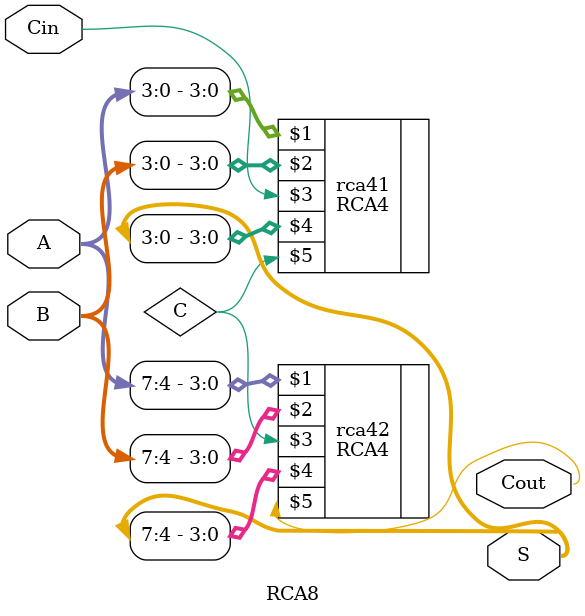
<source format=v>
`timescale 1ns / 1ps


module RCA8(
    input [7:0]A, B,
    input Cin,
    output [7:0]S,
    output Cout
    );
    
    wire C;
    
    RCA4 rca41(A[3:0], B[3:0], Cin, S[3:0], C);
    RCA4 rca42(A[7:4], B[7:4], C, S[7:4], Cout);
    
endmodule

</source>
